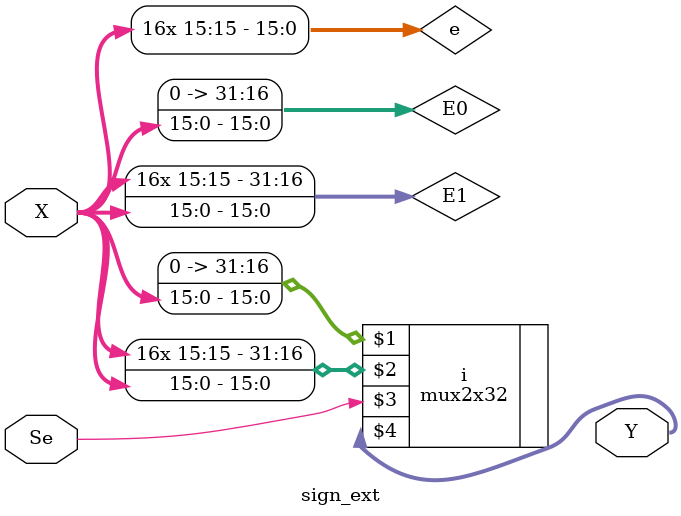
<source format=v>
`timescale 1ns / 1ps


module sign_ext(X, Se, Y);
    input [15:0] X;
    input Se;               // 0 for zero extension, 1 for sign extension
    output [31:0] Y;
    wire [31:0] E0, E1;
    wire [15:0] e = {16{X[15]}};
    parameter z = 16'b0;
    assign E0 = {z, X};
    assign E1 = {e, X};
    mux2x32 i(E0, E1, Se, Y);
endmodule   

</source>
